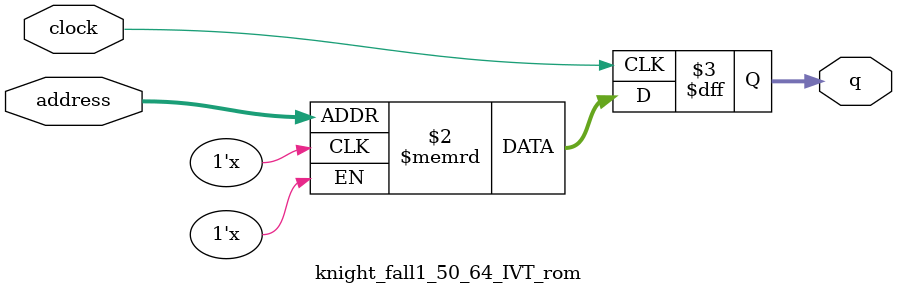
<source format=sv>
module knight_fall1_50_64_IVT_rom (
	input logic clock,
	input logic [11:0] address,
	output logic [2:0] q
);

logic [2:0] memory [0:3199] /* synthesis ram_init_file = "./knight_fall1_50_64_IVT/knight_fall1_50_64_IVT.mif" */;

always_ff @ (posedge clock) begin
	q <= memory[address];
end

endmodule

</source>
